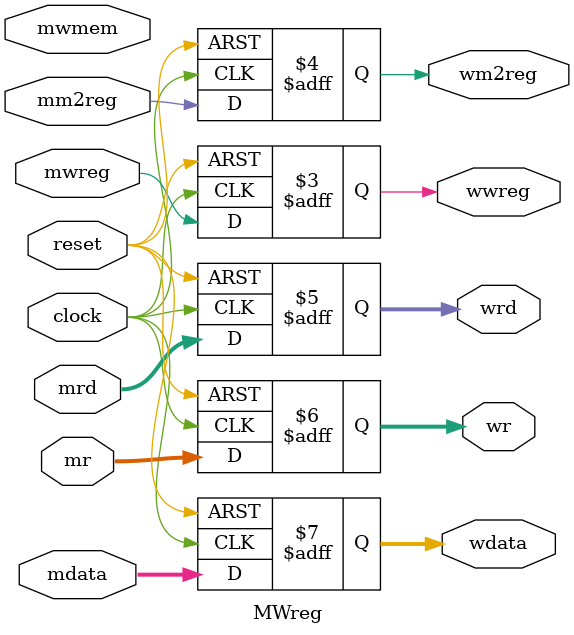
<source format=v>
`timescale 1ns / 1ps
module MWreg(
  input clock, reset,
  input mwreg, mm2reg, mwmem,
  input [4:0]mrd,
  input [31:0]mr, mdata,
  
  output wwreg, wm2reg,
  output [4:0]wrd,
  output [31:0]wr, wdata
    );
	 
  reg wwreg, wm2reg;
  reg [4:0]wrd;
  reg [31:0]wr, wdata;
  
  always @(negedge reset or posedge clock)
    if (reset == 0)
	   begin
		  wwreg <= 0;
		  wm2reg <= 0;
		  wrd <= 0;
		  wr <= 0;
		  wdata <= 0;
		end
	 else
	   begin
		  wwreg <= mwreg;
		  wm2reg <= mm2reg;
		  wrd <= mrd;
		  wr <= mr;
		  wdata <= mdata;
		end
endmodule

</source>
